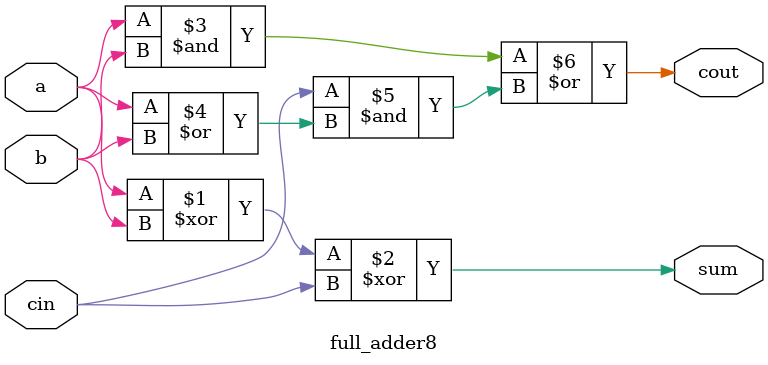
<source format=v>
module full_adder8(a,b,cin,sum,cout);
input a,b,cin;
output sum,cout;
assign sum = a^b^cin;
assign cout = a&b|cin&(a|b); 
// initial begin
//     $display("The correct adder");
// end   
endmodule
</source>
